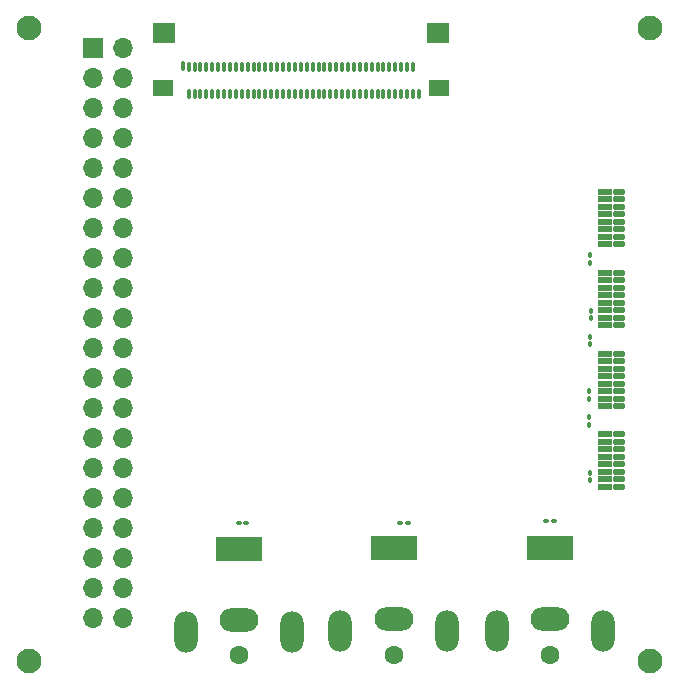
<source format=gbr>
G04 #@! TF.GenerationSoftware,KiCad,Pcbnew,9.0.5*
G04 #@! TF.CreationDate,2025-10-28T18:45:18-07:00*
G04 #@! TF.ProjectId,iris-128b-adapter,69726973-2d31-4323-9862-2d6164617074,rev?*
G04 #@! TF.SameCoordinates,Original*
G04 #@! TF.FileFunction,Soldermask,Top*
G04 #@! TF.FilePolarity,Negative*
%FSLAX46Y46*%
G04 Gerber Fmt 4.6, Leading zero omitted, Abs format (unit mm)*
G04 Created by KiCad (PCBNEW 9.0.5) date 2025-10-28 18:45:18*
%MOMM*%
%LPD*%
G01*
G04 APERTURE LIST*
G04 Aperture macros list*
%AMRoundRect*
0 Rectangle with rounded corners*
0 $1 Rounding radius*
0 $2 $3 $4 $5 $6 $7 $8 $9 X,Y pos of 4 corners*
0 Add a 4 corners polygon primitive as box body*
4,1,4,$2,$3,$4,$5,$6,$7,$8,$9,$2,$3,0*
0 Add four circle primitives for the rounded corners*
1,1,$1+$1,$2,$3*
1,1,$1+$1,$4,$5*
1,1,$1+$1,$6,$7*
1,1,$1+$1,$8,$9*
0 Add four rect primitives between the rounded corners*
20,1,$1+$1,$2,$3,$4,$5,0*
20,1,$1+$1,$4,$5,$6,$7,0*
20,1,$1+$1,$6,$7,$8,$9,0*
20,1,$1+$1,$8,$9,$2,$3,0*%
G04 Aperture macros list end*
%ADD10C,2.100000*%
%ADD11RoundRect,0.100000X-0.130000X-0.100000X0.130000X-0.100000X0.130000X0.100000X-0.130000X0.100000X0*%
%ADD12C,1.600000*%
%ADD13R,4.000000X2.000000*%
%ADD14O,3.300000X2.000000*%
%ADD15O,2.000000X3.500000*%
%ADD16RoundRect,0.100000X0.100000X-0.130000X0.100000X0.130000X-0.100000X0.130000X-0.100000X-0.130000X0*%
%ADD17R,1.700000X1.700000*%
%ADD18O,1.700000X1.700000*%
%ADD19RoundRect,0.100000X0.130000X0.100000X-0.130000X0.100000X-0.130000X-0.100000X0.130000X-0.100000X0*%
%ADD20RoundRect,0.101600X0.381000X-0.190500X0.381000X0.190500X-0.381000X0.190500X-0.381000X-0.190500X0*%
%ADD21RoundRect,0.101600X0.508000X-0.190500X0.508000X0.190500X-0.508000X0.190500X-0.508000X-0.190500X0*%
%ADD22RoundRect,0.155000X-0.000010X0.300000X-0.000010X-0.300000X0.000010X-0.300000X0.000010X0.300000X0*%
%ADD23R,1.810000X1.380000*%
%ADD24R,1.950000X1.800000*%
G04 APERTURE END LIST*
D10*
X161100000Y-73925000D03*
D11*
X152350000Y-115600000D03*
X152990000Y-115600000D03*
D12*
X152650000Y-126950000D03*
D13*
X152650000Y-117950000D03*
D14*
X152650000Y-123950000D03*
D15*
X148150000Y-124950000D03*
X157150000Y-124950000D03*
D12*
X139400000Y-126950000D03*
D13*
X139400000Y-117950000D03*
D14*
X139400000Y-123950000D03*
D15*
X134900000Y-124950000D03*
X143900000Y-124950000D03*
D16*
X156150000Y-98465000D03*
X156150000Y-97825000D03*
X155975000Y-105295000D03*
X155975000Y-104655000D03*
D17*
X113950000Y-75605000D03*
D18*
X116490000Y-75605000D03*
X113950000Y-78145000D03*
X116490000Y-78145000D03*
X113950000Y-80685000D03*
X116490000Y-80685000D03*
X113950000Y-83225000D03*
X116490000Y-83225000D03*
X113950000Y-85765000D03*
X116490000Y-85765000D03*
X113950000Y-88305000D03*
X116490000Y-88305000D03*
X113950000Y-90845000D03*
X116490000Y-90845000D03*
X113950000Y-93385000D03*
X116490000Y-93385000D03*
X113950000Y-95925000D03*
X116490000Y-95925000D03*
X113950000Y-98465000D03*
X116490000Y-98465000D03*
X113950000Y-101005000D03*
X116490000Y-101005000D03*
X113950000Y-103545000D03*
X116490000Y-103545000D03*
X113950000Y-106085000D03*
X116490000Y-106085000D03*
X113950000Y-108625000D03*
X116490000Y-108625000D03*
X113950000Y-111165000D03*
X116490000Y-111165000D03*
X113950000Y-113705000D03*
X116490000Y-113705000D03*
X113950000Y-116245000D03*
X116490000Y-116245000D03*
X113950000Y-118785000D03*
X116490000Y-118785000D03*
X113950000Y-121325000D03*
X116490000Y-121325000D03*
X113950000Y-123865000D03*
X116490000Y-123865000D03*
D19*
X140620000Y-115800000D03*
X139980000Y-115800000D03*
D10*
X108500000Y-73925000D03*
D16*
X156050000Y-112195000D03*
X156050000Y-111555000D03*
X156050000Y-100670000D03*
X156050000Y-100030000D03*
D10*
X161100000Y-127500000D03*
D16*
X155975000Y-107470000D03*
X155975000Y-106830000D03*
D11*
X126280000Y-115800000D03*
X126920000Y-115800000D03*
D20*
X158449675Y-99065000D03*
X158449675Y-98430000D03*
X158449675Y-97795000D03*
X158449675Y-97160000D03*
X158449675Y-96525000D03*
X158449675Y-95890000D03*
X158449675Y-95255000D03*
X158449675Y-94620000D03*
D21*
X157306675Y-99065000D03*
X157306675Y-98430000D03*
X157306675Y-97795000D03*
X157306675Y-97160000D03*
X157306675Y-96525000D03*
X157306675Y-95890000D03*
X157306675Y-95255000D03*
X157306675Y-94620000D03*
D20*
X158449675Y-105907000D03*
X158449675Y-105272000D03*
X158449675Y-104637000D03*
X158449675Y-104002000D03*
X158449675Y-103367000D03*
X158449675Y-102732000D03*
X158449675Y-102097000D03*
X158449675Y-101462000D03*
D21*
X157306675Y-105907000D03*
X157306675Y-105272000D03*
X157306675Y-104637000D03*
X157306675Y-104002000D03*
X157306675Y-103367000D03*
X157306675Y-102732000D03*
X157306675Y-102097000D03*
X157306675Y-101462000D03*
D20*
X158449675Y-112749000D03*
X158449675Y-112114000D03*
X158449675Y-111479000D03*
X158449675Y-110844000D03*
X158449675Y-110209000D03*
X158449675Y-109574000D03*
X158449675Y-108939000D03*
X158449675Y-108304000D03*
D21*
X157306675Y-112749000D03*
X157306675Y-112114000D03*
X157306675Y-111479000D03*
X157306675Y-110844000D03*
X157306675Y-110209000D03*
X157306675Y-109574000D03*
X157306675Y-108939000D03*
X157306675Y-108304000D03*
D20*
X158449675Y-92223000D03*
X158449675Y-91588000D03*
X158449675Y-90953000D03*
X158449675Y-90318000D03*
X158449675Y-89683000D03*
X158449675Y-89048000D03*
X158449675Y-88413000D03*
X158449675Y-87778000D03*
D21*
X157306675Y-92223000D03*
X157306675Y-91588000D03*
X157306675Y-90953000D03*
X157306675Y-90318000D03*
X157306675Y-89683000D03*
X157306675Y-89048000D03*
X157306675Y-88413000D03*
X157306675Y-87778000D03*
D10*
X108500000Y-127500000D03*
D16*
X156075000Y-93770000D03*
X156075000Y-93130000D03*
D22*
X141550000Y-79485000D03*
X141050000Y-79485000D03*
X140550000Y-79485000D03*
X140050000Y-79485000D03*
X139550000Y-79485000D03*
X139050000Y-79485000D03*
X138550000Y-79485000D03*
X138050000Y-79485000D03*
X137550000Y-79485000D03*
X137050000Y-79485000D03*
X136550000Y-79485000D03*
X136050000Y-79485000D03*
X135550000Y-79485000D03*
X135050000Y-79485000D03*
X134550000Y-79485000D03*
X134050000Y-79485000D03*
X133550000Y-79485000D03*
X133050000Y-79485000D03*
X132550000Y-79485000D03*
X132050000Y-79485000D03*
X131550000Y-79485000D03*
X131050000Y-79485000D03*
X130550000Y-79485000D03*
X130050000Y-79485000D03*
X129550000Y-79485000D03*
X129050000Y-79485000D03*
X128550000Y-79485000D03*
X128050000Y-79485000D03*
X127550000Y-79485000D03*
X127050000Y-79485000D03*
X126550000Y-79485000D03*
X126050000Y-79485000D03*
X125550000Y-79485000D03*
X125050000Y-79485000D03*
X124550000Y-79485000D03*
X124050000Y-79485000D03*
X123550000Y-79485000D03*
X123050000Y-79485000D03*
X122550000Y-79485000D03*
X122050000Y-79485000D03*
X141050000Y-77160000D03*
X140550000Y-77160000D03*
X140050000Y-77160000D03*
X139550000Y-77160000D03*
X139050000Y-77160000D03*
X138550000Y-77160000D03*
X138050000Y-77160000D03*
X137550000Y-77160000D03*
X137050000Y-77160000D03*
X136550000Y-77160000D03*
X136050000Y-77160000D03*
X135550000Y-77160000D03*
X135050000Y-77160000D03*
X134550000Y-77160000D03*
X134050000Y-77160000D03*
X133550000Y-77160000D03*
X133050000Y-77160000D03*
X132550000Y-77160000D03*
X132050000Y-77160000D03*
X131550000Y-77160000D03*
X131050000Y-77160000D03*
X130550000Y-77160000D03*
X130050000Y-77160000D03*
X129550000Y-77160000D03*
X129050000Y-77160000D03*
X128550000Y-77160000D03*
X128050000Y-77160000D03*
X127550000Y-77160000D03*
X127050000Y-77160000D03*
X126550000Y-77160000D03*
X126050000Y-77160000D03*
X125550000Y-77160000D03*
X125050000Y-77160000D03*
X124550000Y-77160000D03*
X124050000Y-77160000D03*
X123550000Y-77160000D03*
X123050000Y-77160000D03*
X122550000Y-77160000D03*
X122050000Y-77160000D03*
X121550000Y-77145000D03*
D23*
X143220000Y-78985000D03*
D24*
X143200000Y-74335000D03*
X119930000Y-74335000D03*
D23*
X119880000Y-79005000D03*
D12*
X126300000Y-127000000D03*
D13*
X126300000Y-118000000D03*
D14*
X126300000Y-124000000D03*
D15*
X121800000Y-125000000D03*
X130800000Y-125000000D03*
M02*

</source>
